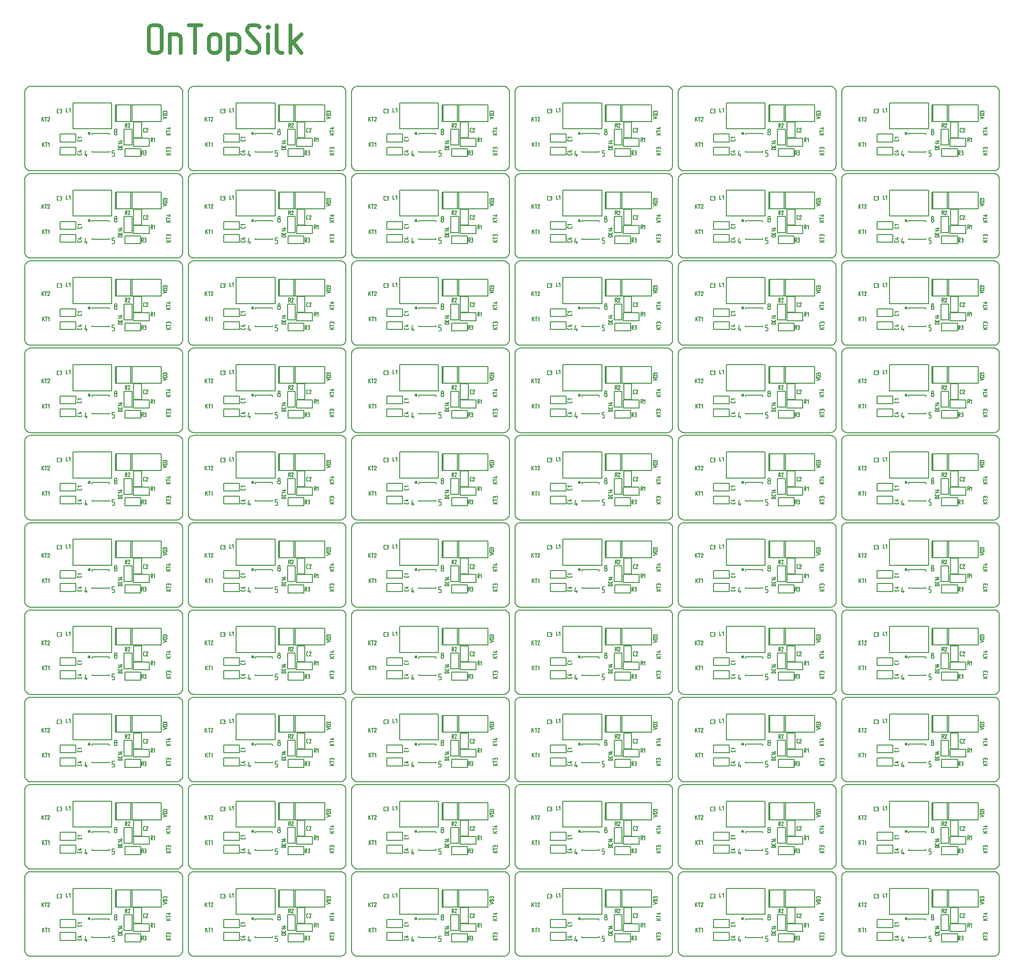
<source format=gbr>
G04 FreePCB MFC Application*
G04 Version: ÏëàòÔîðì 2.427*
G04 Author: niconson.com *
G04 WebSite: https://niconson.com/freepcb2 *
G04 Repositories: https://github.com/niconson *
G04 D:\Works\ÏëàòÔîðì íà ðóññêîì\Projects\Led\version-01\(wERRORS)CAM(Driver-01)(9-14-2025)\Driver-01.TSL.gbr*

G04 Objects of panelization *
G04 ø¸ëê âåðõ layer *
G04 Scale: 100 percent, Rotated: No, Reflected: No *
%FSLAX26Y26*%
%MOIN*%
G04 ø¸ëê âåðõ *
G04 Rounded Rectangle Macro, params: W/2, H/2, R *
%AMRNDREC*
21,1,$1+$1,$2+$2-$3-$3,0,0,0*
21,1,$1+$1-$3-$3,$2+$2,0,0,0*
1,1,$3+$3,$1-$3,$2-$3*
1,1,$3+$3,$3-$1,$2-$3*
1,1,$3+$3,$1-$3,$3-$2*
1,1,$3+$3,$3-$1,$3-$2*%
G04 Rectangular Thermal Macro, params: W/4, H/4, TW/4, TC/4 *
%AMRECTHERM*
21,1,$1+$1-$3-$3-$4-$4,$2+$2-$3-$3-$4-$4-$4-$4,0-$1-$3-$4,0-$2-$3,0*
21,1,$1+$1-$3-$3-$4-$4-$4-$4,$2+$2-$3-$3-$4-$4,0-$1-$3,0-$2-$3-$4,0*
1,1,$4+$4+$4+$4,0-$1-$1+$4+$4,0-$2-$2+$4+$4*
1,1,$4+$4+$4+$4,0-$1-$1+$4+$4,0-$3-$3-$4-$4*
1,1,$4+$4+$4+$4,0-$3-$3-$4-$4,0-$2-$2+$4+$4*
21,1,$1+$1-$3-$3-$4-$4,$2+$2-$3-$3-$4-$4-$4-$4,0-$1-$3-$4,$2+$3,0*
21,1,$1+$1-$3-$3-$4-$4-$4-$4,$2+$2-$3-$3-$4-$4,0-$1-$3,$2+$3+$4,0*
1,1,$4+$4+$4+$4,0-$1-$1+$4+$4,$2+$2-$4-$4*
1,1,$4+$4+$4+$4,0-$1-$1+$4+$4,$3+$3+$4+$4*
1,1,$4+$4+$4+$4,0-$3-$3-$4-$4,$2+$2-$4-$4*
21,1,$1+$1-$3-$3-$4-$4,$2+$2-$3-$3-$4-$4-$4-$4,$1+$3+$4,0-$2-$3,0*
21,1,$1+$1-$3-$3-$4-$4-$4-$4,$2+$2-$3-$3-$4-$4,$1+$3,0-$2-$3-$4,0*
1,1,$4+$4+$4+$4,$1+$1-$4-$4,0-$2-$2+$4+$4*
1,1,$4+$4+$4+$4,$1+$1-$4-$4,0-$3-$3-$4-$4*
1,1,$4+$4+$4+$4,$3+$3+$4+$4,0-$2-$2+$4+$4*
21,1,$1+$1-$3-$3-$4-$4,$2+$2-$3-$3-$4-$4-$4-$4,$1+$3+$4,$2+$3,0*
21,1,$1+$1-$3-$3-$4-$4-$4-$4,$2+$2-$3-$3-$4-$4,$1+$3,$2+$3+$4,0*
1,1,$4+$4+$4+$4,$1+$1-$4-$4,$2+$2-$4-$4*
1,1,$4+$4+$4+$4,$1+$1-$4-$4,$3+$3+$4+$4*
1,1,$4+$4+$4+$4,$3+$3+$4+$4,$2+$2-$4-$4*%
%AMRECTHERM_45*
21,1,$1+$1+$1+$1,$2+$2+$2+$2-$4-$4-$4-$4-$4-$4-$4-$4-$4-$4-$3-$3,0,0,0*
21,1,$1+$1+$1+$1-$4-$4-$4-$4-$4-$4-$4-$4-$4-$4-$3-$3,$2+$2+$2+$2,0,0,0*
1,1,$4+$4+$4+$4,$1+$1-$4-$4,$2+$2-$4-$4-$4-$4-$4-$3*
1,1,$4+$4+$4+$4,$1+$1-$4-$4,0-$2-$2+$4+$4+$4+$4+$4+$3*
1,1,$4+$4+$4+$4,$1+$1-$4-$4-$4-$4-$4-$3,$2+$2-$4-$4*
1,1,$4+$4+$4+$4,0-$1-$1+$4+$4+$4+$4+$4+$3,$2+$2-$4-$4*
1,1,$4+$4+$4+$4,0-$1-$1+$4+$4,$2+$2-$4-$4-$4-$4-$4-$3*
1,1,$4+$4+$4+$4,0-$1-$1+$4+$4,0-$2-$2+$4+$4+$4+$4+$4+$3*
1,1,$4+$4+$4+$4,$1+$1-$4-$4-$4-$4-$4-$3,0-$2-$2+$4+$4*
1,1,$4+$4+$4+$4,0-$1-$1+$4+$4+$4+$4+$4+$3,0-$2-$2+$4+$4*%
%ADD10C,0.028121*%
%ADD11C,0.010000*%
%ADD12C,0.007000*%
%ADD13C,0.005906*%
G01*
G04 begin color: clBlack*
%LPD*%

G04 Objects of panelization *
D10*
X-196850Y5801800D02*
X-192550Y5788950D01*
X-192550Y5788950D02*
X-184000Y5780400D01*
X-184000Y5780400D02*
X-171150Y5776150D01*
X-171150Y5776150D02*
X-132650Y5776150D01*
X-132650Y5776150D02*
X-119800Y5780400D01*
X-119800Y5780400D02*
X-111250Y5788950D01*
X-111250Y5788950D02*
X-106950Y5801800D01*
X-106950Y5801800D02*
X-106950Y5943000D01*
X-106950Y5943000D02*
X-111250Y5955850D01*
X-111250Y5955850D02*
X-119800Y5964400D01*
X-119800Y5964400D02*
X-132650Y5968700D01*
X-132650Y5968700D02*
X-171150Y5968700D01*
X-171150Y5968700D02*
X-184000Y5964400D01*
X-184000Y5964400D02*
X-192550Y5955850D01*
X-192550Y5955850D02*
X-196850Y5943000D01*
X-196850Y5943000D02*
X-196850Y5801800D01*
X-50650Y5776150D02*
X-50650Y5904500D01*
X-50650Y5904500D02*
X650Y5904500D01*
X650Y5904500D02*
X13500Y5900250D01*
X13500Y5900250D02*
X22050Y5891650D01*
X22050Y5891650D02*
X26350Y5878850D01*
X26350Y5878850D02*
X26350Y5776150D01*
X125450Y5776150D02*
X125450Y5968700D01*
X82650Y5968700D02*
X168200Y5968700D01*
X224550Y5801800D02*
X228800Y5788950D01*
X228800Y5788950D02*
X237350Y5780400D01*
X237350Y5780400D02*
X250200Y5776150D01*
X250200Y5776150D02*
X275900Y5776150D01*
X275900Y5776150D02*
X288700Y5780400D01*
X288700Y5780400D02*
X297300Y5788950D01*
X297300Y5788950D02*
X301550Y5801800D01*
X301550Y5801800D02*
X301550Y5878850D01*
X301550Y5878850D02*
X297300Y5891650D01*
X297300Y5891650D02*
X288700Y5900250D01*
X288700Y5900250D02*
X275900Y5904500D01*
X275900Y5904500D02*
X250200Y5904500D01*
X250200Y5904500D02*
X237350Y5900250D01*
X237350Y5900250D02*
X228800Y5891650D01*
X228800Y5891650D02*
X224550Y5878850D01*
X224550Y5878850D02*
X224550Y5801800D01*
X357850Y5729050D02*
X357850Y5904500D01*
X357850Y5904500D02*
X409200Y5904500D01*
X409200Y5904500D02*
X422050Y5900250D01*
X422050Y5900250D02*
X430600Y5891650D01*
X430600Y5891650D02*
X434900Y5878850D01*
X434900Y5878850D02*
X434900Y5801800D01*
X434900Y5801800D02*
X430600Y5788950D01*
X430600Y5788950D02*
X422050Y5780400D01*
X422050Y5780400D02*
X409200Y5776150D01*
X409200Y5776150D02*
X357850Y5776150D01*
X576800Y5955850D02*
X568250Y5964400D01*
X568250Y5964400D02*
X551100Y5968700D01*
X551100Y5968700D02*
X516850Y5968700D01*
X516850Y5968700D02*
X504050Y5964400D01*
X504050Y5964400D02*
X495500Y5955850D01*
X495500Y5955850D02*
X491200Y5943000D01*
X491200Y5943000D02*
X491200Y5930200D01*
X491200Y5930200D02*
X495500Y5917350D01*
X495500Y5917350D02*
X572500Y5831750D01*
X572500Y5831750D02*
X576800Y5818900D01*
X576800Y5818900D02*
X576800Y5801800D01*
X576800Y5801800D02*
X572500Y5788950D01*
X572500Y5788950D02*
X563950Y5780400D01*
X563950Y5780400D02*
X551100Y5776150D01*
X551100Y5776150D02*
X516850Y5776150D01*
X516850Y5776150D02*
X499750Y5780400D01*
X499750Y5780400D02*
X491200Y5788950D01*
X637350Y5904500D02*
X637350Y5776150D01*
X637350Y5960150D02*
X633100Y5955850D01*
X633100Y5955850D02*
X637350Y5951600D01*
X637350Y5951600D02*
X641650Y5955850D01*
X641650Y5955850D02*
X637350Y5960150D01*
X697950Y5968700D02*
X697950Y5801800D01*
X697950Y5801800D02*
X702250Y5788950D01*
X702250Y5788950D02*
X710800Y5780400D01*
X710800Y5780400D02*
X723650Y5776150D01*
X723650Y5776150D02*
X736450Y5776150D01*
X792800Y5968700D02*
X792800Y5776150D01*
X792800Y5831750D02*
X869800Y5904500D01*
X814200Y5848900D02*
X869800Y5776150D01*
D11*

G04 Step and Repeat for panelization *
%SRX6Y10I1.141732J0.610236*%

G04 ----------------------- Draw board outline (positive)*

G04 -------------- Draw Parts, Pads, Traces, Vias and Text (positive)*
D12*
X-305100Y-313750D02*
X-194850Y-313750D01*
X-194850Y-368900D01*
X-305100Y-368900D01*
X-305100Y-313750D01*
D13*
X-181350Y-336750D02*
X-181350Y-309800D01*
X-181350Y-309800D02*
X-172950Y-309800D01*
X-172950Y-309800D02*
X-171150Y-310400D01*
X-171150Y-310400D02*
X-169950Y-311600D01*
X-169950Y-311600D02*
X-169350Y-313400D01*
X-169350Y-313400D02*
X-169350Y-320000D01*
X-169350Y-320000D02*
X-169950Y-321800D01*
X-169950Y-321800D02*
X-171150Y-323000D01*
X-171150Y-323000D02*
X-172950Y-323600D01*
X-172950Y-323600D02*
X-181350Y-323600D01*
X-175950Y-323600D02*
X-169350Y-336750D01*
X-161450Y-315800D02*
X-155500Y-309800D01*
X-155500Y-309800D02*
X-155500Y-336750D01*
X-940900Y-370050D02*
X-940900Y-343100D01*
X-940900Y-359250D02*
X-927750Y-343100D01*
X-936150Y-353900D02*
X-927750Y-370050D01*
X-913850Y-370050D02*
X-913850Y-343100D01*
X-919850Y-343100D02*
X-907850Y-343100D01*
X-900000Y-349100D02*
X-894000Y-343100D01*
X-894000Y-343100D02*
X-894000Y-370050D01*
X-45250Y-429100D02*
X-72200Y-429100D01*
X-56050Y-429100D02*
X-72200Y-415950D01*
X-61450Y-424300D02*
X-45250Y-415950D01*
X-45250Y-402050D02*
X-72200Y-402050D01*
X-72200Y-408050D02*
X-72200Y-396050D01*
X-72200Y-388200D02*
X-72200Y-381600D01*
X-72200Y-381600D02*
X-71600Y-379800D01*
X-71600Y-379800D02*
X-69800Y-378000D01*
X-69800Y-378000D02*
X-68000Y-377400D01*
X-68000Y-377400D02*
X-64400Y-377400D01*
X-64400Y-377400D02*
X-62600Y-378000D01*
X-62600Y-378000D02*
X-60850Y-379800D01*
X-60850Y-379800D02*
X-60250Y-381600D01*
X-60250Y-384600D02*
X-60250Y-382200D01*
X-60250Y-382200D02*
X-59650Y-379800D01*
X-59650Y-379800D02*
X-57850Y-378000D01*
X-57850Y-378000D02*
X-56050Y-377400D01*
X-56050Y-377400D02*
X-49450Y-377400D01*
X-49450Y-377400D02*
X-47650Y-378000D01*
X-47650Y-378000D02*
X-45850Y-379800D01*
X-45850Y-379800D02*
X-45250Y-381600D01*
X-45250Y-381600D02*
X-45250Y-388200D01*
X-45650Y-290150D02*
X-72600Y-290150D01*
X-56450Y-290150D02*
X-72600Y-276950D01*
X-61800Y-285350D02*
X-45650Y-276950D01*
X-45650Y-263100D02*
X-72600Y-263100D01*
X-72600Y-269050D02*
X-72600Y-257100D01*
X-72600Y-244400D02*
X-51650Y-249200D01*
X-51650Y-249200D02*
X-51650Y-236600D01*
X-57650Y-240200D02*
X-45650Y-240200D01*
D12*
X-456650Y-66900D02*
X-728300Y-66900D01*
X-728300Y-248000D01*
X-456650Y-248000D01*
X-456650Y-66900D01*
D13*
X-773200Y-102350D02*
X-773200Y-129300D01*
X-773200Y-129300D02*
X-762400Y-129300D01*
X-754500Y-108350D02*
X-748500Y-102350D01*
X-748500Y-102350D02*
X-748500Y-129300D01*
D12*
X-594800Y-287800D02*
X-594800Y-280050D01*
X-474750Y-280050D01*
X-474750Y-287800D01*
X-594800Y-402300D02*
X-594800Y-410100D01*
X-474750Y-410100D01*
X-474750Y-402300D01*
D11*
X-619800Y-277800D02*
X-619800Y-277250D01*
X-619700Y-276700D01*
X-619550Y-276150D01*
X-619300Y-275650D01*
X-619050Y-275150D01*
X-618700Y-274700D01*
X-618350Y-274300D01*
X-617950Y-273900D01*
X-617450Y-273600D01*
X-617000Y-273300D01*
X-616450Y-273100D01*
X-615900Y-272950D01*
X-615350Y-272850D01*
X-614800Y-272800D01*
X-614250Y-272850D01*
X-613700Y-272950D01*
X-613150Y-273100D01*
X-612650Y-273300D01*
X-612150Y-273600D01*
X-611700Y-273900D01*
X-611300Y-274300D01*
X-610900Y-274700D01*
X-610600Y-275150D01*
X-610300Y-275650D01*
X-610100Y-276150D01*
X-609950Y-276700D01*
X-609850Y-277250D01*
X-609800Y-277800D01*
X-609850Y-278400D01*
X-609950Y-278950D01*
X-610100Y-279450D01*
X-610300Y-280000D01*
X-610600Y-280500D01*
X-610900Y-280950D01*
X-611300Y-281350D01*
X-611700Y-281750D01*
X-612150Y-282050D01*
X-612650Y-282350D01*
X-613150Y-282550D01*
X-613700Y-282700D01*
X-614250Y-282800D01*
X-614800Y-282800D01*
X-615350Y-282800D01*
X-615900Y-282700D01*
X-616450Y-282550D01*
X-617000Y-282350D01*
X-617450Y-282050D01*
X-617950Y-281750D01*
X-618350Y-281350D01*
X-618700Y-280950D01*
X-619050Y-280500D01*
X-619300Y-280000D01*
X-619550Y-279450D01*
X-619700Y-278950D01*
X-619800Y-278400D01*
X-619800Y-277800D01*
D13*
X-638150Y-401050D02*
X-645000Y-431000D01*
X-645000Y-431000D02*
X-627050Y-431000D01*
X-632150Y-422450D02*
X-632150Y-439550D01*
X-437450Y-400150D02*
X-453700Y-400150D01*
X-453700Y-400150D02*
X-453700Y-417300D01*
X-453700Y-417300D02*
X-443450Y-417300D01*
X-443450Y-417300D02*
X-440900Y-418150D01*
X-440900Y-418150D02*
X-438300Y-420700D01*
X-438300Y-420700D02*
X-437450Y-423300D01*
X-437450Y-423300D02*
X-437450Y-432700D01*
X-437450Y-432700D02*
X-438300Y-435250D01*
X-438300Y-435250D02*
X-440900Y-437850D01*
X-440900Y-437850D02*
X-443450Y-438700D01*
X-443450Y-438700D02*
X-453700Y-438700D01*
X-428500Y-250550D02*
X-431050Y-250550D01*
X-431050Y-250550D02*
X-433600Y-251400D01*
X-433600Y-251400D02*
X-435300Y-253150D01*
X-435300Y-253150D02*
X-436200Y-255700D01*
X-436200Y-255700D02*
X-436200Y-262550D01*
X-436200Y-262550D02*
X-435300Y-265100D01*
X-435300Y-265100D02*
X-433600Y-266850D01*
X-433600Y-266850D02*
X-431050Y-267700D01*
X-431050Y-267700D02*
X-425900Y-267700D01*
X-425900Y-267700D02*
X-423350Y-266850D01*
X-423350Y-266850D02*
X-421650Y-265100D01*
X-421650Y-265100D02*
X-420750Y-262550D01*
X-420750Y-262550D02*
X-420750Y-255700D01*
X-420750Y-255700D02*
X-421650Y-253150D01*
X-421650Y-253150D02*
X-423350Y-251400D01*
X-423350Y-251400D02*
X-425900Y-250550D01*
X-425900Y-250550D02*
X-428500Y-250550D01*
X-431050Y-267700D02*
X-433600Y-268550D01*
X-433600Y-268550D02*
X-436200Y-271100D01*
X-436200Y-271100D02*
X-437050Y-273650D01*
X-437050Y-273650D02*
X-437050Y-283100D01*
X-437050Y-283100D02*
X-436200Y-285650D01*
X-436200Y-285650D02*
X-433600Y-288200D01*
X-433600Y-288200D02*
X-431050Y-289100D01*
X-431050Y-289100D02*
X-425900Y-289100D01*
X-425900Y-289100D02*
X-423350Y-288200D01*
X-423350Y-288200D02*
X-420750Y-285650D01*
X-420750Y-285650D02*
X-419900Y-283100D01*
X-419900Y-283100D02*
X-419900Y-273650D01*
X-419900Y-273650D02*
X-420750Y-271100D01*
X-420750Y-271100D02*
X-423350Y-268550D01*
X-423350Y-268550D02*
X-425900Y-267700D01*
X-382350Y-393200D02*
X-409300Y-393200D01*
X-409300Y-393200D02*
X-409300Y-384800D01*
X-409300Y-384800D02*
X-408700Y-383000D01*
X-408700Y-383000D02*
X-407500Y-381800D01*
X-407500Y-381800D02*
X-405700Y-381200D01*
X-405700Y-381200D02*
X-385900Y-381200D01*
X-385900Y-381200D02*
X-384100Y-381800D01*
X-384100Y-381800D02*
X-382950Y-383000D01*
X-382950Y-383000D02*
X-382350Y-384800D01*
X-382350Y-384800D02*
X-382350Y-393200D01*
X-382350Y-362550D02*
X-382350Y-369700D01*
X-382350Y-369700D02*
X-382950Y-371500D01*
X-382950Y-371500D02*
X-384100Y-372700D01*
X-384100Y-372700D02*
X-385900Y-373300D01*
X-385900Y-373300D02*
X-405700Y-373300D01*
X-405700Y-373300D02*
X-407500Y-372700D01*
X-407500Y-372700D02*
X-408700Y-371500D01*
X-408700Y-371500D02*
X-409300Y-369700D01*
X-409300Y-369700D02*
X-409300Y-362550D01*
X-403300Y-354650D02*
X-409300Y-348650D01*
X-409300Y-348650D02*
X-382350Y-348650D01*
X-409300Y-336000D02*
X-388300Y-340750D01*
X-388300Y-340750D02*
X-388300Y-328200D01*
X-394300Y-331800D02*
X-382350Y-331800D01*
D12*
X-314550Y-251550D02*
X-314550Y-361800D01*
X-369650Y-361800D01*
X-369650Y-251550D01*
X-314550Y-251550D01*
D13*
X-361000Y-238050D02*
X-361000Y-211100D01*
X-361000Y-211100D02*
X-352600Y-211100D01*
X-352600Y-211100D02*
X-350800Y-211700D01*
X-350800Y-211700D02*
X-349600Y-212900D01*
X-349600Y-212900D02*
X-349000Y-214650D01*
X-349000Y-214650D02*
X-349000Y-221250D01*
X-349000Y-221250D02*
X-349600Y-223050D01*
X-349600Y-223050D02*
X-350800Y-224250D01*
X-350800Y-224250D02*
X-352600Y-224850D01*
X-352600Y-224850D02*
X-361000Y-224850D01*
X-355600Y-224850D02*
X-349000Y-238050D01*
X-341150Y-215850D02*
X-340550Y-213450D01*
X-340550Y-213450D02*
X-338750Y-211700D01*
X-338750Y-211700D02*
X-336350Y-211100D01*
X-336350Y-211100D02*
X-333950Y-211100D01*
X-333950Y-211100D02*
X-331550Y-211700D01*
X-331550Y-211700D02*
X-329750Y-213450D01*
X-329750Y-213450D02*
X-329150Y-215850D01*
X-329150Y-215850D02*
X-329150Y-217650D01*
X-329150Y-217650D02*
X-329750Y-219450D01*
X-329750Y-219450D02*
X-341150Y-238050D01*
X-341150Y-238050D02*
X-329150Y-238050D01*
X-943850Y-193850D02*
X-943850Y-166900D01*
X-943850Y-183050D02*
X-930650Y-166900D01*
X-939050Y-177650D02*
X-930650Y-193850D01*
X-916750Y-193850D02*
X-916750Y-166900D01*
X-922750Y-166900D02*
X-910800Y-166900D01*
X-902900Y-171650D02*
X-902300Y-169250D01*
X-902300Y-169250D02*
X-900500Y-167500D01*
X-900500Y-167500D02*
X-898100Y-166900D01*
X-898100Y-166900D02*
X-895700Y-166900D01*
X-895700Y-166900D02*
X-893300Y-167500D01*
X-893300Y-167500D02*
X-891500Y-169250D01*
X-891500Y-169250D02*
X-890900Y-171650D01*
X-890900Y-171650D02*
X-890900Y-173450D01*
X-890900Y-173450D02*
X-891500Y-175250D01*
X-891500Y-175250D02*
X-902900Y-193850D01*
X-902900Y-193850D02*
X-890900Y-193850D01*
D12*
X-431000Y-78750D02*
X-109000Y-78750D01*
X-109000Y-78750D02*
X-109000Y-196750D01*
X-109000Y-196750D02*
X-431000Y-196750D01*
X-431000Y-196750D02*
X-431000Y-78750D01*
X-324000Y-87750D02*
X-324000Y-187750D01*
X-424000Y-87750D02*
X-424000Y-187750D01*
X-314000Y-87750D02*
X-314000Y-187750D01*
X-314000Y-87750D02*
X-314000Y-82750D01*
X-324000Y-87750D02*
X-324000Y-82750D01*
X-324000Y-187750D02*
X-324000Y-192750D01*
X-314000Y-187750D02*
X-314000Y-192750D01*
X-424000Y-87750D02*
X-424000Y-82750D01*
X-424000Y-187750D02*
X-424000Y-192750D01*
D13*
X-96150Y-177300D02*
X-69150Y-170100D01*
X-69150Y-170100D02*
X-96150Y-162950D01*
X-69150Y-155050D02*
X-96150Y-155050D01*
X-96150Y-155050D02*
X-96150Y-146650D01*
X-96150Y-146650D02*
X-95550Y-144850D01*
X-95550Y-144850D02*
X-94350Y-143650D01*
X-94350Y-143650D02*
X-92550Y-143050D01*
X-92550Y-143050D02*
X-72750Y-143050D01*
X-72750Y-143050D02*
X-70950Y-143650D01*
X-70950Y-143650D02*
X-69750Y-144850D01*
X-69750Y-144850D02*
X-69150Y-146650D01*
X-69150Y-146650D02*
X-69150Y-155050D01*
X-96150Y-135200D02*
X-96150Y-128600D01*
X-96150Y-128600D02*
X-95550Y-126800D01*
X-95550Y-126800D02*
X-93750Y-125000D01*
X-93750Y-125000D02*
X-91950Y-124400D01*
X-91950Y-124400D02*
X-88350Y-124400D01*
X-88350Y-124400D02*
X-86550Y-125000D01*
X-86550Y-125000D02*
X-84750Y-126800D01*
X-84750Y-126800D02*
X-84150Y-128600D01*
X-84150Y-131600D02*
X-84150Y-129200D01*
X-84150Y-129200D02*
X-83550Y-126800D01*
X-83550Y-126800D02*
X-81750Y-125000D01*
X-81750Y-125000D02*
X-79950Y-124400D01*
X-79950Y-124400D02*
X-73350Y-124400D01*
X-73350Y-124400D02*
X-71550Y-125000D01*
X-71550Y-125000D02*
X-69750Y-126800D01*
X-69750Y-126800D02*
X-69150Y-128600D01*
X-69150Y-128600D02*
X-69150Y-135200D01*
D12*
X-364150Y-385800D02*
X-253900Y-385800D01*
X-253900Y-440900D01*
X-364150Y-440900D01*
X-364150Y-385800D01*
D13*
X-246300Y-428500D02*
X-246300Y-401500D01*
X-246300Y-401500D02*
X-237900Y-401500D01*
X-237900Y-401500D02*
X-236100Y-402100D01*
X-236100Y-402100D02*
X-234900Y-403300D01*
X-234900Y-403300D02*
X-234300Y-405100D01*
X-234300Y-405100D02*
X-234300Y-411700D01*
X-234300Y-411700D02*
X-234900Y-413500D01*
X-234900Y-413500D02*
X-236100Y-414700D01*
X-236100Y-414700D02*
X-237900Y-415300D01*
X-237900Y-415300D02*
X-246300Y-415300D01*
X-240900Y-415300D02*
X-234300Y-428500D01*
X-226400Y-401500D02*
X-219850Y-401500D01*
X-219850Y-401500D02*
X-218050Y-402100D01*
X-218050Y-402100D02*
X-216250Y-403900D01*
X-216250Y-403900D02*
X-215650Y-405700D01*
X-215650Y-405700D02*
X-215650Y-409300D01*
X-215650Y-409300D02*
X-216250Y-411100D01*
X-216250Y-411100D02*
X-218050Y-412900D01*
X-218050Y-412900D02*
X-219850Y-413500D01*
X-222850Y-413500D02*
X-220450Y-413500D01*
X-220450Y-413500D02*
X-218050Y-414100D01*
X-218050Y-414100D02*
X-216250Y-415900D01*
X-216250Y-415900D02*
X-215650Y-417700D01*
X-215650Y-417700D02*
X-215650Y-424300D01*
X-215650Y-424300D02*
X-216250Y-426100D01*
X-216250Y-426100D02*
X-218050Y-427900D01*
X-218050Y-427900D02*
X-219850Y-428500D01*
X-219850Y-428500D02*
X-226400Y-428500D01*
D12*
X-816900Y-375600D02*
X-706650Y-375600D01*
X-706650Y-430700D01*
X-816900Y-430700D01*
X-816900Y-375600D01*
D13*
X-666850Y-418150D02*
X-666850Y-425350D01*
X-666850Y-425350D02*
X-667450Y-427150D01*
X-667450Y-427150D02*
X-668650Y-428350D01*
X-668650Y-428350D02*
X-670450Y-428950D01*
X-670450Y-428950D02*
X-690250Y-428950D01*
X-690250Y-428950D02*
X-692050Y-428350D01*
X-692050Y-428350D02*
X-693250Y-427150D01*
X-693250Y-427150D02*
X-693850Y-425350D01*
X-693850Y-425350D02*
X-693850Y-418150D01*
X-693850Y-405450D02*
X-672850Y-410250D01*
X-672850Y-410250D02*
X-672850Y-397700D01*
X-678850Y-401300D02*
X-666850Y-401300D01*
D12*
X-816900Y-285050D02*
X-706650Y-285050D01*
X-706650Y-340150D01*
X-816900Y-340150D01*
X-816900Y-285050D01*
D13*
X-666850Y-321300D02*
X-666850Y-328500D01*
X-666850Y-328500D02*
X-667450Y-330300D01*
X-667450Y-330300D02*
X-668650Y-331500D01*
X-668650Y-331500D02*
X-670450Y-332100D01*
X-670450Y-332100D02*
X-690250Y-332100D01*
X-690250Y-332100D02*
X-692050Y-331500D01*
X-692050Y-331500D02*
X-693250Y-330300D01*
X-693250Y-330300D02*
X-693850Y-328500D01*
X-693850Y-328500D02*
X-693850Y-321300D01*
X-687850Y-313450D02*
X-693850Y-307450D01*
X-693850Y-307450D02*
X-666850Y-307450D01*
X-825350Y-135450D02*
X-832550Y-135450D01*
X-832550Y-135450D02*
X-834350Y-134850D01*
X-834350Y-134850D02*
X-835550Y-133650D01*
X-835550Y-133650D02*
X-836150Y-131850D01*
X-836150Y-131850D02*
X-836150Y-112050D01*
X-836150Y-112050D02*
X-835550Y-110300D01*
X-835550Y-110300D02*
X-834350Y-109100D01*
X-834350Y-109100D02*
X-832550Y-108500D01*
X-832550Y-108500D02*
X-825350Y-108500D01*
X-817500Y-108500D02*
X-810900Y-108500D01*
X-810900Y-108500D02*
X-809100Y-109100D01*
X-809100Y-109100D02*
X-807300Y-110850D01*
X-807300Y-110850D02*
X-806700Y-112650D01*
X-806700Y-112650D02*
X-806700Y-116250D01*
X-806700Y-116250D02*
X-807300Y-118050D01*
X-807300Y-118050D02*
X-809100Y-119850D01*
X-809100Y-119850D02*
X-810900Y-120450D01*
X-813900Y-120450D02*
X-811500Y-120450D01*
X-811500Y-120450D02*
X-809100Y-121050D01*
X-809100Y-121050D02*
X-807300Y-122850D01*
X-807300Y-122850D02*
X-806700Y-124650D01*
X-806700Y-124650D02*
X-806700Y-131250D01*
X-806700Y-131250D02*
X-807300Y-133050D01*
X-807300Y-133050D02*
X-809100Y-134850D01*
X-809100Y-134850D02*
X-810900Y-135450D01*
X-810900Y-135450D02*
X-817500Y-135450D01*
D12*
X-303100Y-310600D02*
X-303100Y-200400D01*
X-248000Y-200400D01*
X-248000Y-310600D01*
X-303100Y-310600D01*
D13*
X-223700Y-270650D02*
X-230900Y-270650D01*
X-230900Y-270650D02*
X-232700Y-270050D01*
X-232700Y-270050D02*
X-233900Y-268850D01*
X-233900Y-268850D02*
X-234500Y-267050D01*
X-234500Y-267050D02*
X-234500Y-247300D01*
X-234500Y-247300D02*
X-233900Y-245500D01*
X-233900Y-245500D02*
X-232700Y-244300D01*
X-232700Y-244300D02*
X-230900Y-243700D01*
X-230900Y-243700D02*
X-223700Y-243700D01*
X-215800Y-248500D02*
X-215200Y-246100D01*
X-215200Y-246100D02*
X-213400Y-244300D01*
X-213400Y-244300D02*
X-211000Y-243700D01*
X-211000Y-243700D02*
X-208650Y-243700D01*
X-208650Y-243700D02*
X-206250Y-244300D01*
X-206250Y-244300D02*
X-204450Y-246100D01*
X-204450Y-246100D02*
X-203850Y-248500D01*
X-203850Y-248500D02*
X-203850Y-250300D01*
X-203850Y-250300D02*
X-204450Y-252100D01*
X-204450Y-252100D02*
X-215800Y-270650D01*
X-215800Y-270650D02*
X-203850Y-270650D01*
D12*
X39350Y9800D02*
X39100Y14250D01*
X38350Y18600D01*
X37150Y22800D01*
X35450Y26900D01*
X33300Y30750D01*
X30750Y34350D01*
X27800Y37650D01*
X24500Y40600D01*
X20900Y43150D01*
X17050Y45300D01*
X13000Y47000D01*
X8750Y48200D01*
X4400Y48950D01*
X0Y49200D01*
X-1023600Y49200D01*
X-1028000Y48950D01*
X-1032350Y48200D01*
X-1036600Y47000D01*
X-1040700Y45300D01*
X-1044550Y43150D01*
X-1048150Y40600D01*
X-1051450Y37650D01*
X-1054400Y34350D01*
X-1056950Y30750D01*
X-1059050Y26900D01*
X-1060750Y22800D01*
X-1062000Y18600D01*
X-1062700Y14250D01*
X-1062950Y9800D01*
X-1062950Y-501950D01*
X-1062700Y-506350D01*
X-1062000Y-510700D01*
X-1060750Y-514950D01*
X-1059050Y-519050D01*
X-1056950Y-522900D01*
X-1054400Y-526500D01*
X-1051450Y-529800D01*
X-1048150Y-532700D01*
X-1044550Y-535300D01*
X-1040700Y-537400D01*
X-1036600Y-539100D01*
X-1032350Y-540350D01*
X-1028000Y-541050D01*
X-1023600Y-541300D01*
X0Y-541300D01*
X4400Y-541050D01*
X8750Y-540350D01*
X13000Y-539100D01*
X17050Y-537400D01*
X20900Y-535300D01*
X24500Y-532700D01*
X27800Y-529800D01*
X30750Y-526500D01*
X33300Y-522900D01*
X35450Y-519050D01*
X37150Y-514950D01*
X38350Y-510700D01*
X39100Y-506350D01*
X39350Y-501950D01*
X39350Y9800D01*

G04 Draw traces*

G04 Draw Text*
D11*
M02*

</source>
